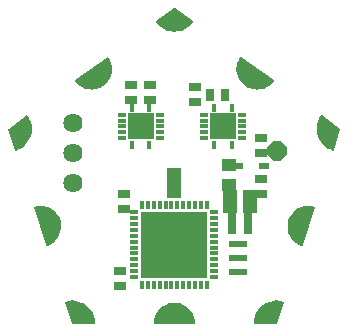
<source format=gbr>
G04 EAGLE Gerber RS-274X export*
G75*
%MOMM*%
%FSLAX34Y34*%
%LPD*%
%INSoldermask Bottom*%
%IPPOS*%
%AMOC8*
5,1,8,0,0,1.08239X$1,22.5*%
G01*
%ADD10R,1.270000X2.540000*%
%ADD11R,1.201600X1.101600*%
%ADD12R,0.801600X1.001600*%
%ADD13P,1.759533X8X22.500000*%
%ADD14C,1.625600*%
%ADD15R,1.001600X0.801600*%
%ADD16R,0.651600X0.355600*%
%ADD17R,0.355600X0.651600*%
%ADD18R,5.701600X5.701600*%
%ADD19R,1.501597X0.501600*%
%ADD20R,0.451600X0.701600*%
%ADD21R,0.701600X0.451600*%
%ADD22R,2.201600X2.201600*%
%ADD23R,0.901600X0.601600*%
%ADD24C,0.901600*%

G36*
X72022Y79012D02*
X72022Y79012D01*
X72055Y79020D01*
X72104Y79021D01*
X74857Y79574D01*
X74889Y79587D01*
X74936Y79597D01*
X77561Y80594D01*
X77590Y80613D01*
X77635Y80630D01*
X80060Y82046D01*
X80086Y82069D01*
X80127Y82093D01*
X82286Y83889D01*
X82308Y83917D01*
X82345Y83947D01*
X84178Y86074D01*
X84192Y86099D01*
X84213Y86120D01*
X84241Y86186D01*
X84275Y86247D01*
X84279Y86277D01*
X84290Y86303D01*
X84289Y86374D01*
X84297Y86445D01*
X84289Y86473D01*
X84289Y86502D01*
X84261Y86568D01*
X84240Y86636D01*
X84222Y86658D01*
X84210Y86685D01*
X84140Y86756D01*
X84134Y86764D01*
X84123Y86779D01*
X84120Y86781D01*
X84113Y86789D01*
X84103Y86794D01*
X84094Y86804D01*
X56594Y106804D01*
X56567Y106816D01*
X56545Y106835D01*
X56477Y106857D01*
X56413Y106886D01*
X56384Y106887D01*
X56356Y106896D01*
X56285Y106890D01*
X56214Y106892D01*
X56187Y106881D01*
X56158Y106879D01*
X56095Y106845D01*
X56029Y106819D01*
X56008Y106799D01*
X55982Y106785D01*
X55935Y106731D01*
X55928Y106726D01*
X55920Y106714D01*
X55917Y106710D01*
X55887Y106680D01*
X55882Y106670D01*
X55873Y106659D01*
X54415Y104260D01*
X54403Y104227D01*
X54378Y104186D01*
X53335Y101579D01*
X53333Y101569D01*
X53331Y101566D01*
X53326Y101540D01*
X53310Y101500D01*
X52710Y98757D01*
X52710Y98722D01*
X52699Y98675D01*
X52559Y95871D01*
X52564Y95837D01*
X52561Y95789D01*
X52884Y92999D01*
X52895Y92966D01*
X52900Y92918D01*
X53678Y90220D01*
X53692Y90194D01*
X53692Y90193D01*
X53693Y90192D01*
X53694Y90189D01*
X53707Y90143D01*
X54919Y87610D01*
X54939Y87582D01*
X54960Y87539D01*
X56572Y85239D01*
X56597Y85215D01*
X56624Y85176D01*
X58593Y83173D01*
X58621Y83153D01*
X58655Y83119D01*
X60926Y81467D01*
X60957Y81453D01*
X60996Y81425D01*
X63508Y80169D01*
X63542Y80160D01*
X63585Y80139D01*
X66269Y79314D01*
X66304Y79311D01*
X66350Y79296D01*
X69133Y78925D01*
X69167Y78927D01*
X69215Y78920D01*
X72022Y79012D01*
G37*
G36*
X-69181Y78926D02*
X-69181Y78926D01*
X-69133Y78925D01*
X-66350Y79296D01*
X-66317Y79308D01*
X-66269Y79314D01*
X-63585Y80139D01*
X-63554Y80155D01*
X-63508Y80169D01*
X-60996Y81425D01*
X-60969Y81446D01*
X-60926Y81467D01*
X-58655Y83119D01*
X-58632Y83145D01*
X-58593Y83173D01*
X-56624Y85176D01*
X-56606Y85205D01*
X-56572Y85239D01*
X-54960Y87539D01*
X-54946Y87570D01*
X-54919Y87610D01*
X-53707Y90143D01*
X-53699Y90177D01*
X-53678Y90220D01*
X-52900Y92918D01*
X-52898Y92953D01*
X-52884Y92999D01*
X-52561Y95789D01*
X-52564Y95823D01*
X-52559Y95871D01*
X-52699Y98675D01*
X-52708Y98709D01*
X-52710Y98757D01*
X-53310Y101500D01*
X-53324Y101532D01*
X-53335Y101579D01*
X-54378Y104186D01*
X-54397Y104215D01*
X-54415Y104260D01*
X-55873Y106659D01*
X-55893Y106681D01*
X-55906Y106707D01*
X-55946Y106741D01*
X-55952Y106749D01*
X-55962Y106755D01*
X-56008Y106805D01*
X-56035Y106817D01*
X-56057Y106836D01*
X-56125Y106858D01*
X-56190Y106887D01*
X-56219Y106888D01*
X-56247Y106896D01*
X-56317Y106890D01*
X-56389Y106891D01*
X-56416Y106881D01*
X-56445Y106878D01*
X-56523Y106839D01*
X-56524Y106839D01*
X-56525Y106838D01*
X-56534Y106834D01*
X-56573Y106818D01*
X-56581Y106810D01*
X-56594Y106804D01*
X-84094Y86804D01*
X-84113Y86782D01*
X-84138Y86767D01*
X-84146Y86756D01*
X-84148Y86754D01*
X-84180Y86710D01*
X-84228Y86657D01*
X-84238Y86630D01*
X-84255Y86606D01*
X-84271Y86537D01*
X-84294Y86470D01*
X-84293Y86441D01*
X-84299Y86412D01*
X-84287Y86342D01*
X-84282Y86271D01*
X-84269Y86245D01*
X-84264Y86216D01*
X-84213Y86131D01*
X-84194Y86093D01*
X-84185Y86086D01*
X-84178Y86074D01*
X-82345Y83947D01*
X-82317Y83926D01*
X-82286Y83889D01*
X-80127Y82093D01*
X-80097Y82077D01*
X-80060Y82046D01*
X-77635Y80630D01*
X-77602Y80619D01*
X-77561Y80594D01*
X-74936Y79597D01*
X-74902Y79591D01*
X-74857Y79574D01*
X-72104Y79021D01*
X-72069Y79022D01*
X-72022Y79012D01*
X-69215Y78920D01*
X-69181Y78926D01*
G37*
G36*
X17029Y-119693D02*
X17029Y-119693D01*
X17058Y-119696D01*
X17125Y-119674D01*
X17195Y-119660D01*
X17219Y-119643D01*
X17247Y-119634D01*
X17300Y-119587D01*
X17359Y-119547D01*
X17375Y-119523D01*
X17397Y-119503D01*
X17428Y-119439D01*
X17466Y-119380D01*
X17471Y-119351D01*
X17483Y-119325D01*
X17492Y-119225D01*
X17499Y-119183D01*
X17496Y-119173D01*
X17498Y-119159D01*
X17266Y-116361D01*
X17256Y-116327D01*
X17252Y-116279D01*
X16563Y-113558D01*
X16548Y-113526D01*
X16536Y-113480D01*
X15408Y-110908D01*
X15388Y-110880D01*
X15369Y-110836D01*
X13833Y-108485D01*
X13809Y-108461D01*
X13783Y-108420D01*
X11881Y-106355D01*
X11853Y-106334D01*
X11820Y-106299D01*
X9605Y-104574D01*
X9574Y-104559D01*
X9536Y-104529D01*
X7066Y-103193D01*
X7033Y-103183D01*
X6991Y-103160D01*
X4351Y-102253D01*
X4335Y-102248D01*
X4301Y-102244D01*
X4255Y-102228D01*
X1486Y-101766D01*
X1451Y-101767D01*
X1404Y-101759D01*
X-1404Y-101759D01*
X-1438Y-101766D01*
X-1486Y-101766D01*
X-4255Y-102228D01*
X-4288Y-102240D01*
X-4335Y-102248D01*
X-6991Y-103160D01*
X-7021Y-103177D01*
X-7066Y-103193D01*
X-9536Y-104529D01*
X-9562Y-104551D01*
X-9605Y-104574D01*
X-11820Y-106299D01*
X-11843Y-106325D01*
X-11881Y-106355D01*
X-13783Y-108420D01*
X-13801Y-108450D01*
X-13833Y-108485D01*
X-15369Y-110836D01*
X-15382Y-110868D01*
X-15408Y-110908D01*
X-16536Y-113480D01*
X-16543Y-113513D01*
X-16546Y-113520D01*
X-16552Y-113529D01*
X-16553Y-113535D01*
X-16563Y-113558D01*
X-17252Y-116279D01*
X-17254Y-116314D01*
X-17266Y-116361D01*
X-17498Y-119159D01*
X-17494Y-119188D01*
X-17499Y-119217D01*
X-17483Y-119286D01*
X-17474Y-119356D01*
X-17460Y-119382D01*
X-17453Y-119410D01*
X-17411Y-119467D01*
X-17376Y-119529D01*
X-17352Y-119547D01*
X-17335Y-119570D01*
X-17274Y-119606D01*
X-17217Y-119649D01*
X-17189Y-119657D01*
X-17164Y-119672D01*
X-17066Y-119688D01*
X-17025Y-119699D01*
X-17014Y-119697D01*
X-17000Y-119699D01*
X17000Y-119699D01*
X17029Y-119693D01*
G37*
G36*
X108131Y-53493D02*
X108131Y-53493D01*
X108160Y-53496D01*
X108227Y-53473D01*
X108297Y-53459D01*
X108321Y-53442D01*
X108348Y-53433D01*
X108402Y-53386D01*
X108460Y-53346D01*
X108476Y-53321D01*
X108498Y-53302D01*
X108544Y-53214D01*
X108567Y-53178D01*
X108568Y-53167D01*
X108575Y-53154D01*
X119075Y-20854D01*
X119078Y-20825D01*
X119089Y-20798D01*
X119089Y-20727D01*
X119097Y-20657D01*
X119089Y-20629D01*
X119089Y-20600D01*
X119061Y-20534D01*
X119041Y-20466D01*
X119023Y-20444D01*
X119011Y-20417D01*
X118960Y-20367D01*
X118915Y-20312D01*
X118889Y-20299D01*
X118868Y-20279D01*
X118776Y-20240D01*
X118739Y-20220D01*
X118727Y-20219D01*
X118715Y-20214D01*
X115985Y-19570D01*
X115950Y-19569D01*
X115903Y-19558D01*
X113105Y-19372D01*
X113070Y-19377D01*
X113022Y-19374D01*
X110231Y-19651D01*
X110198Y-19661D01*
X110150Y-19666D01*
X107443Y-20399D01*
X107412Y-20414D01*
X107365Y-20427D01*
X104816Y-21596D01*
X104788Y-21616D01*
X104744Y-21636D01*
X102421Y-23208D01*
X102397Y-23233D01*
X102357Y-23260D01*
X100325Y-25193D01*
X100305Y-25221D01*
X100270Y-25255D01*
X98584Y-27496D01*
X98569Y-27527D01*
X98540Y-27566D01*
X97246Y-30054D01*
X97236Y-30087D01*
X97214Y-30130D01*
X96347Y-32797D01*
X96343Y-32832D01*
X96328Y-32878D01*
X95912Y-35651D01*
X95913Y-35686D01*
X95906Y-35733D01*
X95952Y-38538D01*
X95953Y-38540D01*
X95960Y-38572D01*
X95960Y-38620D01*
X96467Y-41378D01*
X96480Y-41411D01*
X96489Y-41458D01*
X97443Y-44095D01*
X97461Y-44125D01*
X97477Y-44170D01*
X98852Y-46615D01*
X98875Y-46641D01*
X98899Y-46683D01*
X100657Y-48868D01*
X100684Y-48890D01*
X100714Y-48928D01*
X102809Y-50793D01*
X102838Y-50811D01*
X102874Y-50843D01*
X105247Y-52338D01*
X105280Y-52350D01*
X105320Y-52376D01*
X107907Y-53460D01*
X107936Y-53466D01*
X107961Y-53480D01*
X108032Y-53485D01*
X108102Y-53499D01*
X108131Y-53493D01*
G37*
G36*
X-108098Y-53494D02*
X-108098Y-53494D01*
X-108069Y-53498D01*
X-107972Y-53476D01*
X-107930Y-53469D01*
X-107920Y-53464D01*
X-107907Y-53460D01*
X-105320Y-52376D01*
X-105292Y-52357D01*
X-105247Y-52338D01*
X-102874Y-50843D01*
X-102849Y-50819D01*
X-102809Y-50793D01*
X-100714Y-48928D01*
X-100693Y-48900D01*
X-100657Y-48868D01*
X-98899Y-46683D01*
X-98883Y-46652D01*
X-98852Y-46615D01*
X-97477Y-44170D01*
X-97467Y-44137D01*
X-97443Y-44095D01*
X-96489Y-41458D01*
X-96484Y-41424D01*
X-96467Y-41378D01*
X-95960Y-38620D01*
X-95961Y-38585D01*
X-95952Y-38538D01*
X-95906Y-35733D01*
X-95913Y-35699D01*
X-95912Y-35651D01*
X-96328Y-32878D01*
X-96340Y-32845D01*
X-96347Y-32797D01*
X-97214Y-30130D01*
X-97231Y-30100D01*
X-97246Y-30054D01*
X-98540Y-27566D01*
X-98562Y-27539D01*
X-98584Y-27496D01*
X-100270Y-25255D01*
X-100296Y-25232D01*
X-100325Y-25193D01*
X-102357Y-23260D01*
X-102387Y-23242D01*
X-102421Y-23208D01*
X-104744Y-21636D01*
X-104776Y-21623D01*
X-104816Y-21596D01*
X-107365Y-20427D01*
X-107399Y-20419D01*
X-107443Y-20399D01*
X-110150Y-19666D01*
X-110185Y-19664D01*
X-110231Y-19651D01*
X-113022Y-19374D01*
X-113057Y-19377D01*
X-113105Y-19372D01*
X-115903Y-19558D01*
X-115937Y-19567D01*
X-115985Y-19570D01*
X-118715Y-20214D01*
X-118741Y-20226D01*
X-118770Y-20231D01*
X-118831Y-20268D01*
X-118895Y-20297D01*
X-118915Y-20319D01*
X-118940Y-20334D01*
X-118981Y-20392D01*
X-119029Y-20445D01*
X-119039Y-20472D01*
X-119056Y-20496D01*
X-119071Y-20565D01*
X-119095Y-20632D01*
X-119093Y-20661D01*
X-119099Y-20690D01*
X-119085Y-20788D01*
X-119082Y-20831D01*
X-119077Y-20841D01*
X-119075Y-20854D01*
X-108575Y-53154D01*
X-108560Y-53180D01*
X-108554Y-53208D01*
X-108512Y-53266D01*
X-108477Y-53327D01*
X-108454Y-53345D01*
X-108437Y-53369D01*
X-108376Y-53405D01*
X-108319Y-53449D01*
X-108291Y-53456D01*
X-108266Y-53471D01*
X-108196Y-53481D01*
X-108127Y-53499D01*
X-108098Y-53494D01*
G37*
G36*
X-67572Y-119694D02*
X-67572Y-119694D01*
X-67545Y-119696D01*
X-67476Y-119674D01*
X-67405Y-119660D01*
X-67382Y-119644D01*
X-67355Y-119635D01*
X-67301Y-119588D01*
X-67241Y-119547D01*
X-67226Y-119523D01*
X-67205Y-119505D01*
X-67173Y-119440D01*
X-67134Y-119380D01*
X-67129Y-119352D01*
X-67117Y-119327D01*
X-67108Y-119225D01*
X-67101Y-119183D01*
X-67103Y-119174D01*
X-67102Y-119161D01*
X-67336Y-116185D01*
X-67345Y-116153D01*
X-67348Y-116107D01*
X-68044Y-113204D01*
X-68058Y-113174D01*
X-68068Y-113130D01*
X-69210Y-110371D01*
X-69229Y-110344D01*
X-69246Y-110302D01*
X-70805Y-107756D01*
X-70828Y-107731D01*
X-70851Y-107692D01*
X-72789Y-105422D01*
X-72816Y-105401D01*
X-72845Y-105366D01*
X-75114Y-103427D01*
X-75144Y-103411D01*
X-75178Y-103381D01*
X-77723Y-101820D01*
X-77754Y-101809D01*
X-77793Y-101785D01*
X-80551Y-100642D01*
X-80583Y-100635D01*
X-80625Y-100617D01*
X-83528Y-99920D01*
X-83561Y-99919D01*
X-83605Y-99908D01*
X-86581Y-99673D01*
X-86614Y-99677D01*
X-86660Y-99673D01*
X-89636Y-99906D01*
X-89668Y-99915D01*
X-89713Y-99918D01*
X-92616Y-100615D01*
X-92642Y-100627D01*
X-92670Y-100631D01*
X-92732Y-100668D01*
X-92797Y-100698D01*
X-92816Y-100720D01*
X-92840Y-100734D01*
X-92882Y-100793D01*
X-92930Y-100846D01*
X-92939Y-100873D01*
X-92956Y-100896D01*
X-92971Y-100966D01*
X-92995Y-101034D01*
X-92993Y-101062D01*
X-92999Y-101090D01*
X-92984Y-101190D01*
X-92981Y-101232D01*
X-92977Y-101242D01*
X-92975Y-101255D01*
X-87075Y-119355D01*
X-87060Y-119381D01*
X-87053Y-119410D01*
X-87011Y-119467D01*
X-86977Y-119528D01*
X-86953Y-119546D01*
X-86935Y-119570D01*
X-86875Y-119606D01*
X-86819Y-119649D01*
X-86790Y-119656D01*
X-86764Y-119672D01*
X-86668Y-119688D01*
X-86626Y-119699D01*
X-86615Y-119697D01*
X-86600Y-119699D01*
X-67600Y-119699D01*
X-67572Y-119694D01*
G37*
G36*
X86629Y-119693D02*
X86629Y-119693D01*
X86659Y-119696D01*
X86726Y-119674D01*
X86795Y-119660D01*
X86820Y-119643D01*
X86848Y-119633D01*
X86901Y-119587D01*
X86959Y-119547D01*
X86975Y-119522D01*
X86997Y-119502D01*
X87043Y-119416D01*
X87066Y-119380D01*
X87068Y-119368D01*
X87075Y-119355D01*
X92975Y-101255D01*
X92978Y-101227D01*
X92989Y-101200D01*
X92989Y-101128D01*
X92997Y-101057D01*
X92989Y-101030D01*
X92989Y-101001D01*
X92962Y-100935D01*
X92941Y-100866D01*
X92923Y-100844D01*
X92912Y-100818D01*
X92861Y-100768D01*
X92815Y-100713D01*
X92790Y-100700D01*
X92770Y-100680D01*
X92676Y-100640D01*
X92639Y-100620D01*
X92628Y-100620D01*
X92616Y-100615D01*
X89713Y-99918D01*
X89680Y-99917D01*
X89636Y-99906D01*
X86660Y-99673D01*
X86627Y-99677D01*
X86581Y-99673D01*
X83605Y-99908D01*
X83573Y-99917D01*
X83528Y-99920D01*
X80625Y-100617D01*
X80595Y-100631D01*
X80551Y-100642D01*
X77838Y-101766D01*
X77793Y-101785D01*
X77765Y-101803D01*
X77723Y-101820D01*
X75178Y-103381D01*
X75154Y-103403D01*
X75114Y-103427D01*
X72845Y-105366D01*
X72824Y-105392D01*
X72789Y-105422D01*
X70851Y-107692D01*
X70835Y-107721D01*
X70805Y-107756D01*
X69246Y-110302D01*
X69234Y-110333D01*
X69210Y-110371D01*
X68068Y-113130D01*
X68062Y-113162D01*
X68044Y-113204D01*
X67348Y-116107D01*
X67347Y-116140D01*
X67336Y-116185D01*
X67102Y-119161D01*
X67106Y-119189D01*
X67101Y-119217D01*
X67118Y-119287D01*
X67127Y-119358D01*
X67141Y-119383D01*
X67147Y-119410D01*
X67190Y-119468D01*
X67226Y-119531D01*
X67248Y-119548D01*
X67265Y-119570D01*
X67327Y-119607D01*
X67385Y-119650D01*
X67412Y-119657D01*
X67436Y-119672D01*
X67537Y-119689D01*
X67577Y-119699D01*
X67588Y-119697D01*
X67600Y-119699D01*
X86600Y-119699D01*
X86629Y-119693D01*
G37*
G36*
X3017Y128090D02*
X3017Y128090D01*
X3049Y128099D01*
X3094Y128102D01*
X5999Y128800D01*
X6029Y128814D01*
X6073Y128824D01*
X8833Y129967D01*
X8861Y129985D01*
X8903Y130002D01*
X11450Y131563D01*
X11474Y131586D01*
X11513Y131609D01*
X13784Y133549D01*
X13805Y133575D01*
X13840Y133604D01*
X15780Y135876D01*
X15794Y135901D01*
X15814Y135922D01*
X15842Y135987D01*
X15876Y136050D01*
X15879Y136079D01*
X15890Y136105D01*
X15890Y136177D01*
X15897Y136247D01*
X15889Y136275D01*
X15888Y136304D01*
X15860Y136370D01*
X15839Y136438D01*
X15820Y136460D01*
X15809Y136487D01*
X15739Y136558D01*
X15712Y136590D01*
X15702Y136595D01*
X15692Y136605D01*
X292Y147705D01*
X266Y147717D01*
X245Y147735D01*
X176Y147757D01*
X111Y147787D01*
X82Y147787D01*
X55Y147796D01*
X-16Y147790D01*
X-88Y147791D01*
X-114Y147781D01*
X-143Y147778D01*
X-234Y147734D01*
X-273Y147718D01*
X-280Y147711D01*
X-292Y147705D01*
X-15692Y136605D01*
X-15712Y136584D01*
X-15737Y136569D01*
X-15779Y136511D01*
X-15827Y136459D01*
X-15837Y136432D01*
X-15854Y136408D01*
X-15870Y136339D01*
X-15894Y136272D01*
X-15892Y136243D01*
X-15899Y136214D01*
X-15887Y136144D01*
X-15883Y136073D01*
X-15870Y136047D01*
X-15865Y136019D01*
X-15814Y135933D01*
X-15795Y135895D01*
X-15787Y135888D01*
X-15780Y135876D01*
X-13840Y133604D01*
X-13814Y133584D01*
X-13784Y133549D01*
X-11513Y131609D01*
X-11484Y131593D01*
X-11450Y131563D01*
X-8903Y130002D01*
X-8872Y129991D01*
X-8833Y129967D01*
X-6073Y128824D01*
X-6041Y128817D01*
X-5999Y128800D01*
X-3094Y128102D01*
X-3061Y128101D01*
X-3017Y128090D01*
X-39Y127856D01*
X-6Y127860D01*
X39Y127856D01*
X3017Y128090D01*
G37*
G36*
X134332Y27007D02*
X134332Y27007D01*
X134361Y27004D01*
X134429Y27027D01*
X134499Y27042D01*
X134522Y27058D01*
X134550Y27068D01*
X134603Y27115D01*
X134662Y27156D01*
X134677Y27180D01*
X134699Y27199D01*
X134745Y27289D01*
X134767Y27325D01*
X134769Y27335D01*
X134775Y27347D01*
X140575Y45347D01*
X140578Y45375D01*
X140590Y45402D01*
X140589Y45473D01*
X140597Y45545D01*
X140589Y45572D01*
X140589Y45601D01*
X140561Y45667D01*
X140540Y45735D01*
X140522Y45757D01*
X140511Y45784D01*
X140441Y45856D01*
X140414Y45888D01*
X140404Y45893D01*
X140395Y45903D01*
X125095Y57103D01*
X125068Y57115D01*
X125046Y57134D01*
X124979Y57156D01*
X124914Y57186D01*
X124885Y57187D01*
X124857Y57196D01*
X124787Y57190D01*
X124716Y57192D01*
X124688Y57182D01*
X124659Y57179D01*
X124596Y57146D01*
X124530Y57120D01*
X124509Y57100D01*
X124484Y57086D01*
X124418Y57011D01*
X124388Y56981D01*
X124383Y56971D01*
X124374Y56961D01*
X122819Y54421D01*
X122808Y54390D01*
X122784Y54351D01*
X121645Y51599D01*
X121639Y51567D01*
X121621Y51525D01*
X120927Y48629D01*
X120926Y48596D01*
X120915Y48552D01*
X120682Y45583D01*
X120686Y45550D01*
X120682Y45504D01*
X120917Y42536D01*
X120926Y42504D01*
X120929Y42458D01*
X121626Y39563D01*
X121640Y39533D01*
X121650Y39489D01*
X122790Y36738D01*
X122809Y36710D01*
X122826Y36668D01*
X124383Y34129D01*
X124406Y34105D01*
X124429Y34066D01*
X126364Y31802D01*
X126390Y31782D01*
X126419Y31747D01*
X128685Y29814D01*
X128714Y29798D01*
X128748Y29768D01*
X131288Y28213D01*
X131319Y28201D01*
X131357Y28177D01*
X134109Y27039D01*
X134137Y27033D01*
X134163Y27020D01*
X134234Y27014D01*
X134304Y27001D01*
X134332Y27007D01*
G37*
G36*
X-134300Y27006D02*
X-134300Y27006D01*
X-134271Y27002D01*
X-134173Y27024D01*
X-134131Y27030D01*
X-134122Y27036D01*
X-134109Y27039D01*
X-131357Y28177D01*
X-131330Y28196D01*
X-131288Y28213D01*
X-128748Y29768D01*
X-128724Y29790D01*
X-128685Y29814D01*
X-126419Y31747D01*
X-126399Y31773D01*
X-126364Y31802D01*
X-124429Y34066D01*
X-124413Y34095D01*
X-124383Y34129D01*
X-122826Y36668D01*
X-122815Y36699D01*
X-122790Y36738D01*
X-121650Y39489D01*
X-121643Y39521D01*
X-121626Y39563D01*
X-120929Y42458D01*
X-120928Y42492D01*
X-120917Y42536D01*
X-120682Y45504D01*
X-120686Y45537D01*
X-120682Y45583D01*
X-120915Y48552D01*
X-120924Y48584D01*
X-120927Y48629D01*
X-121621Y51525D01*
X-121635Y51555D01*
X-121645Y51599D01*
X-122784Y54351D01*
X-122802Y54379D01*
X-122819Y54421D01*
X-124374Y56961D01*
X-124394Y56982D01*
X-124407Y57008D01*
X-124461Y57054D01*
X-124510Y57106D01*
X-124536Y57118D01*
X-124559Y57137D01*
X-124626Y57158D01*
X-124691Y57187D01*
X-124720Y57188D01*
X-124748Y57197D01*
X-124819Y57190D01*
X-124890Y57191D01*
X-124917Y57180D01*
X-124946Y57177D01*
X-125035Y57133D01*
X-125075Y57117D01*
X-125083Y57109D01*
X-125095Y57103D01*
X-140395Y45903D01*
X-140414Y45882D01*
X-140439Y45867D01*
X-140481Y45809D01*
X-140529Y45756D01*
X-140538Y45729D01*
X-140555Y45705D01*
X-140571Y45636D01*
X-140595Y45568D01*
X-140593Y45540D01*
X-140599Y45512D01*
X-140585Y45412D01*
X-140582Y45370D01*
X-140577Y45360D01*
X-140575Y45347D01*
X-134775Y27347D01*
X-134761Y27322D01*
X-134755Y27294D01*
X-134713Y27236D01*
X-134678Y27174D01*
X-134655Y27156D01*
X-134638Y27133D01*
X-134577Y27096D01*
X-134520Y27052D01*
X-134493Y27045D01*
X-134468Y27030D01*
X-134397Y27020D01*
X-134328Y27002D01*
X-134300Y27006D01*
G37*
D10*
X0Y0D03*
D11*
X47063Y-11113D03*
X64063Y-11113D03*
D12*
X49063Y-30163D03*
X62063Y-30163D03*
X49063Y-38100D03*
X62063Y-38100D03*
D11*
X47063Y-20638D03*
X64063Y-20638D03*
X46038Y-2150D03*
X46038Y14850D03*
D13*
X87313Y26988D03*
D14*
X-85725Y50800D03*
X-85725Y25400D03*
X-85725Y0D03*
D15*
X-46038Y-87463D03*
X-46038Y-74463D03*
X73025Y3325D03*
X73025Y-9675D03*
X-42863Y-9375D03*
X-42863Y-22375D03*
D16*
X33800Y-24881D03*
X33800Y-29882D03*
X33800Y-34884D03*
X33800Y-39885D03*
X33800Y-44886D03*
X33800Y-49887D03*
X33800Y-54889D03*
X33800Y-59890D03*
X33800Y-64891D03*
X33800Y-69892D03*
X33800Y-74894D03*
X33800Y-79895D03*
D17*
X27507Y-86188D03*
X22506Y-86188D03*
X17504Y-86188D03*
X12503Y-86188D03*
X7502Y-86188D03*
X2501Y-86188D03*
X-2501Y-86188D03*
X-7502Y-86188D03*
X-12503Y-86188D03*
X-17504Y-86188D03*
X-22506Y-86188D03*
X-27507Y-86188D03*
D16*
X-33800Y-79895D03*
X-33800Y-74894D03*
X-33800Y-69892D03*
X-33800Y-64891D03*
X-33800Y-59890D03*
X-33800Y-54889D03*
X-33800Y-49887D03*
X-33800Y-44886D03*
X-33800Y-39885D03*
X-33800Y-34884D03*
X-33800Y-29882D03*
X-33800Y-24881D03*
D17*
X-27507Y-18588D03*
X-22506Y-18588D03*
X-17504Y-18588D03*
X-12503Y-18588D03*
X-7502Y-18588D03*
X-2501Y-18588D03*
X2501Y-18588D03*
X7502Y-18588D03*
X12503Y-18588D03*
X17504Y-18588D03*
X22506Y-18588D03*
X27507Y-18588D03*
D18*
X0Y-52388D03*
D19*
X53975Y-75500D03*
X53975Y-63500D03*
X53975Y-51500D03*
D15*
X17463Y68113D03*
X17463Y81113D03*
D12*
X43013Y74613D03*
X30013Y74613D03*
D15*
X73025Y38250D03*
X73025Y25250D03*
X-20638Y69700D03*
X-20638Y82700D03*
X-36513Y69700D03*
X-36513Y82700D03*
D20*
X48775Y63625D03*
D21*
X57275Y57625D03*
X57275Y52625D03*
X57275Y47625D03*
X57275Y42625D03*
X57275Y37625D03*
D20*
X48775Y31625D03*
X33775Y31625D03*
D21*
X25275Y37625D03*
X25275Y42625D03*
X25275Y47625D03*
X25275Y52625D03*
X25275Y57625D03*
D20*
X33775Y63625D03*
D22*
X41275Y47625D03*
D20*
X-21075Y63625D03*
D21*
X-12575Y57625D03*
X-12575Y52625D03*
X-12575Y47625D03*
X-12575Y42625D03*
X-12575Y37625D03*
D20*
X-21075Y31625D03*
X-36075Y31625D03*
D21*
X-44575Y37625D03*
X-44575Y42625D03*
X-44575Y47625D03*
X-44575Y52625D03*
X-44575Y57625D03*
D20*
X-36075Y63625D03*
D22*
X-28575Y47625D03*
D23*
X54088Y14288D03*
X76088Y14288D03*
D24*
X0Y140500D03*
X133600Y43400D03*
X82600Y-113700D03*
X-82600Y-113700D03*
X-133600Y43400D03*
X66800Y92000D03*
X108100Y-35100D03*
X0Y-113700D03*
X-108100Y-35100D03*
X-66800Y92000D03*
M02*

</source>
